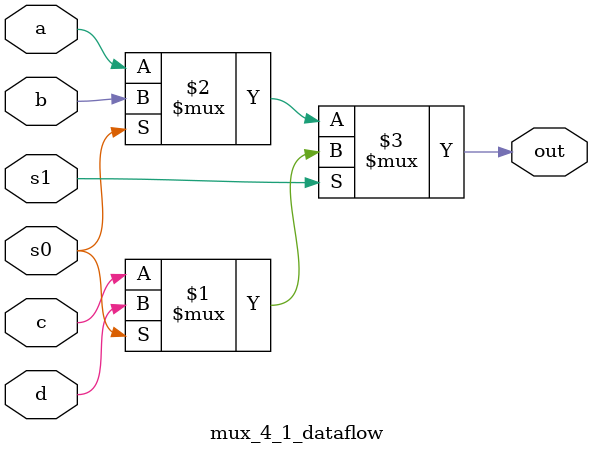
<source format=v>
module mux_4_1_dataflow(
    input a,b,c,d,
    input s0,s1,
    output out
    );
     assign out = s1 ? (s0 ? d : c) : (s0 ? b : a);
    
endmodule


</source>
